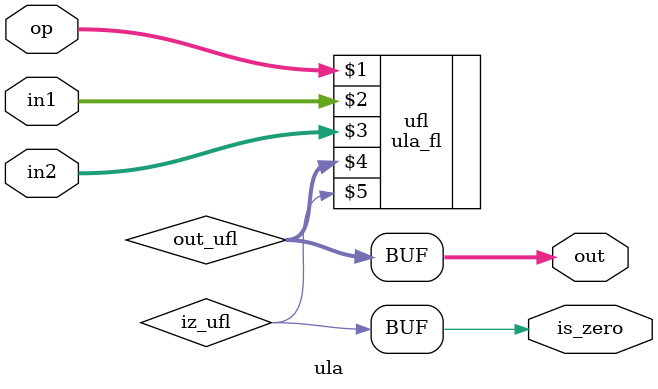
<source format=v>


module opr_mux
#(
	parameter EXP = 8,
	parameter MAN = 23
)
(
	input      [      4:0] op,

	input      [MAN+EXP:0] out_ufl,
	input      [MAN+EXP:0] out_ufx,

	input                   iz_ufl,
	input                   iz_ufx,

	output reg [MAN+EXP:0] out,
	output reg             is_zero
);

// saida principal

always @ (*) begin
	case (op)
		5'd0   : out <= out_ufl; // NOP
		5'd1   : out <= out_ufl; // LOAD
  
		5'd2   : out <= out_ufl; // ADD
		5'd3   : out <= out_ufl; // MLT
		5'd4   : out <= out_ufl; // DIV
		5'd5   : out <= out_ufx; // MOD
		5'd6   : out <= out_ufl; // NEG
  
		5'd7   : out <= out_ufx; // NORM
		5'd8   : out <= out_ufl; // ABS
		5'd9   : out <= out_ufl; // PST
		5'd10  : out <= out_ufl; // SIGN
  
		5'd11  : out <= out_ufx; // OR
		5'd12  : out <= out_ufx; // AND
		5'd13  : out <= out_ufx; // INV
		5'd14  : out <= out_ufx; // XOR
  
		5'd15  : out <= out_ufl; // LES
		5'd16  : out <= out_ufl; // GRE
		5'd17  : out <= out_ufl; // EQU

		5'd18  : out <= out_ufl; // LIN
		5'd19  : out <= out_ufl; // LAN
		5'd20  : out <= out_ufl; // LOR
  
		5'd21  : out <= out_ufx; // SHL
		5'd22  : out <= out_ufx; // SHR
		5'd23  : out <= out_ufx; // SRS

		default: out <= {MAN+EXP+1{1'bx}};
	endcase
end

// flag de se eh zero

always @ (*) begin
	case (op)
		5'd0   : is_zero <= iz_ufl; // NOP
		5'd1   : is_zero <= iz_ufl; // LOAD

		5'd2   : is_zero <= iz_ufl; // ADD
		5'd3   : is_zero <= iz_ufl; // MLT
		5'd4   : is_zero <= iz_ufl; // DIV
		5'd5   : is_zero <= iz_ufx; // MOD
		5'd6   : is_zero <= iz_ufl; // NEG

		5'd7   : is_zero <= iz_ufx; // NORM
		5'd8   : is_zero <= iz_ufl; // ABS
		5'd9   : is_zero <= iz_ufl; // PST
		5'd10  : is_zero <= iz_ufl; // SIGN

		5'd11  : is_zero <= iz_ufx; // OR
		5'd12  : is_zero <= iz_ufx; // AND
		5'd13  : is_zero <= iz_ufx; // INV
		5'd14  : is_zero <= iz_ufx; // XOR

		5'd15  : is_zero <= iz_ufl; // LES
		5'd16  : is_zero <= iz_ufl; // GRE
		5'd17  : is_zero <= iz_ufl; // EQU

		5'd18  : is_zero <= iz_ufl; // LIN
		5'd19  : is_zero <= iz_ufl; // LAN
		5'd20  : is_zero <= iz_ufl; // LOR

		5'd21  : is_zero <= iz_ufx; // SHL
		5'd22  : is_zero <= iz_ufx; // SHR
		5'd23  : is_zero <= iz_ufx; // SRS

		default: is_zero <= 1'bx;
	endcase
end

endmodule

// ULA interna em ponto fixo --------------------------------------------------

module ula_ifx
#(
 //Geral
	parameter           EXP =  8,
	parameter [EXP-1:0] MAN = 23,

 //Operacoes aritmeticas
 //parameter ADD  = 0,
 //parameter MLT  = 0,
 //parameter DIV  = 0,
	parameter MOD  = 0,
 //parameter NEG  = 0,

 //Operacoes criadas
	parameter NRM  = 0, // divide pela constante NUGAIN
 //parameter ABS  = 0, // valor absoluto
 //parameter PST  = 0, // zera se form negativo
 //parameter SGN  = 0, // pega o sinal de in1 e coloca em in2

 //Operacoes Logicas bitwise
	parameter OR   = 0,
	parameter AND  = 0,
	parameter INV  = 0,
	parameter XOR  = 0,

 //Operacoes de comparacao
 //parameter LES  = 0,
 //parameter GRE  = 0,
 //parameter EQU  = 0,

 //Operacoes Logicas que resultam em 1 bit (usado em if else while)
 //parameter LIN  = 0,
 //parameter LAN  = 0,
 //parameter LOR  = 0,

 //Operacoes de deslocamento de bits
	parameter SHR  = 0,
	parameter SHL  = 0,
	parameter SRS  = 0
)
(
	input         [      4:0] op,
	input         [MAN+EXP:0] in1, in2,
	output        [MAN+EXP:0] out,
	output                    is_zero
);

wire signed [MAN+EXP:0] fi1_out;
wire signed [MAN+EXP:0] fi2_out;

float2int #(EXP,MAN) fi1(in1,fi1_out);
float2int #(EXP,MAN) fi2(in2,fi2_out);

wire signed [MAN-1  :0] i2f_in;
wire        [MAN+EXP:0] i2f_out;

ula_fx #(.NUBITS(MAN),

       //.ADD(ADD),
       //.MLT(MLT),
       //.DIV(DIV),
         .MOD(MOD),
       //.NEG(NEG),

         .NRM(NRM),
       //.ABS(ABS),
       //.PST(PST),
       //.SGN(SGN),

         .OR (OR ),
         .AND(AND),
         .INV(INV),
         .XOR(XOR),

       //.LES(LES),
       //.GRE(GRE),
       //.EQU(EQU),

       //.LIN(LIN),
       //.LAN(LAN),
       //.LOR(LOR),

         .SHR(SHR),
         .SHL(SHL),
         .SRS(SRS)
        ) ufx(op,fi1_out[MAN-1:0],fi2_out[MAN-1:0],i2f_in,is_zero);

int2float #(MAN,EXP) i2f(i2f_in,out);

endmodule

// ****************************************************************************
// Circuito Principal *********************************************************
// ****************************************************************************

module ula
#(
 //Geral
	parameter           EXP =  8,
	parameter [EXP-1:0] MAN = 23,

 //Operacoes aritmeticas
	parameter ADD  = 0,
	parameter MLT  = 0,
	parameter DIV  = 0,
	parameter MOD  = 0,
	parameter NEG  = 0,

 //Operacoes criadas
	parameter NRM  = 0, // divide pela constante NUGAIN
	parameter ABS  = 0, // valor absoluto
	parameter PST  = 0, // zera se form negativo
	parameter SGN  = 0, // pega o sinal de in1 e coloca em in2

 //Operacoes Logicas bitwise
	parameter OR   = 0,
	parameter AND  = 0,
	parameter INV  = 0,
	parameter XOR  = 0,

 //Operacoes de comparacao
	parameter LES  = 0,
	parameter GRE  = 0,
	parameter EQU  = 0,

 //Operacoes Logicas que resultam em 1 bit (usado em if else while)
	parameter LIN  = 0,
	parameter LAN  = 0,
	parameter LOR  = 0,

 //Operacoes de deslocamento de bits
	parameter SHR  = 0,
	parameter SHL  = 0,
	parameter SRS  = 0
)
(
	input         [      4:0] op,
	input         [MAN+EXP:0] in1, in2,
	output        [MAN+EXP:0] out,
	output                    is_zero
);

wire [MAN+EXP:0] out_ufl;

wire iz_ufl;

ula_fl #(.EXP(EXP),
         .MAN(MAN),

         .ADD(ADD),
         .MLT(MLT),
         .DIV(DIV),
       //.MOD(MOD),
         .NEG(NEG),

       //.NRM(NRM),
         .ABS(ABS),
         .PST(PST),
         .SGN(SGN),

       //.OR (OR ),
       //.AND(AND),
       //.INV(INV),
       //.XOR(XOR),

         .LES(LES),
         .GRE(GRE),
         .EQU(EQU),

         .LIN(LIN),
         .LAN(LAN),
         .LOR(LOR)

       //.SHR(SHR),
       //.SHL(SHL),
       //.SRS(SRS)
        ) ufl (op,in1,in2,out_ufl,iz_ufl);

generate

if (MOD || NRM || OR || AND || INV || XOR || SHR || SHL ||| SRS) begin

wire [MAN+EXP:0] out_ufx;

wire iz_ufx;

ula_ifx #(.EXP(EXP),
         .MAN(MAN),

       //.ADD(ADD),
       //.MLT(MLT),
       //.DIV(DIV),
         .MOD(MOD),
       //.NEG(NEG),

         .NRM(NRM),
       //.ABS(ABS),
       //.PST(PST),
       //.SGN(SGN),

         .OR (OR ),
         .AND(AND),
         .INV(INV),
         .XOR(XOR),

       //.LES(LES),
       //.GRE(GRE),
       //.EQU(EQU),

       //.LIN(LIN),
       //.LAN(LAN),
       //.LOR(LOR),

         .SHR(SHR),
         .SHL(SHL),
         .SRS(SRS)
        ) ifx(op,in1,in2,out_ufx,iz_ufx);


opr_mux #(EXP,MAN) om(op,out_ufl,out_ufx,iz_ufl,iz_ufx,out,is_zero);

end else begin

assign out = out_ufl;
assign is_zero = iz_ufl;

end

endgenerate

endmodule
</source>
